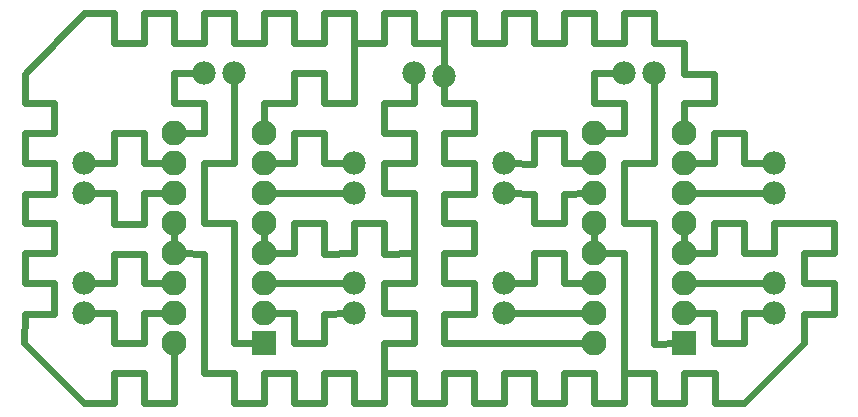
<source format=gbl>
G04 MADE WITH FRITZING*
G04 WWW.FRITZING.ORG*
G04 DOUBLE SIDED*
G04 HOLES PLATED*
G04 CONTOUR ON CENTER OF CONTOUR VECTOR*
%ASAXBY*%
%FSLAX23Y23*%
%MOIN*%
%OFA0B0*%
%SFA1.0B1.0*%
%ADD10C,0.083307*%
%ADD11C,0.078000*%
%ADD12R,0.083307X0.083307*%
%ADD13C,0.024000*%
%LNCOPPER0*%
G90*
G70*
G54D10*
X2377Y339D03*
X2077Y339D03*
X2377Y439D03*
X2077Y439D03*
X2377Y539D03*
X2077Y539D03*
X2377Y639D03*
X2077Y639D03*
X2377Y739D03*
X2077Y739D03*
X2377Y839D03*
X2077Y839D03*
X2377Y939D03*
X2077Y939D03*
X2377Y1039D03*
X2077Y1039D03*
X977Y339D03*
X677Y339D03*
X977Y439D03*
X677Y439D03*
X977Y539D03*
X677Y539D03*
X977Y639D03*
X677Y639D03*
X977Y739D03*
X677Y739D03*
X977Y839D03*
X677Y839D03*
X977Y939D03*
X677Y939D03*
X977Y1039D03*
X677Y1039D03*
G54D11*
X1577Y1229D03*
X1477Y1239D03*
X877Y1239D03*
X777Y1239D03*
X2277Y1239D03*
X2177Y1239D03*
X1277Y439D03*
X1277Y539D03*
X2677Y439D03*
X2677Y539D03*
X1277Y839D03*
X1277Y939D03*
X2677Y839D03*
X2677Y939D03*
X1777Y439D03*
X1777Y539D03*
X377Y439D03*
X377Y539D03*
X377Y839D03*
X377Y939D03*
X1777Y839D03*
X1777Y939D03*
G54D12*
X2377Y339D03*
X977Y339D03*
G54D13*
X777Y739D02*
X777Y838D01*
D02*
X777Y838D02*
X777Y940D01*
D02*
X877Y739D02*
X777Y739D01*
D02*
X877Y339D02*
X877Y739D01*
D02*
X777Y940D02*
X877Y940D01*
D02*
X877Y940D02*
X877Y1220D01*
D02*
X956Y339D02*
X877Y339D01*
D02*
X2278Y739D02*
X2178Y739D01*
D02*
X2178Y940D02*
X2278Y940D01*
D02*
X2178Y739D02*
X2178Y940D01*
D02*
X2278Y940D02*
X2277Y1220D01*
D02*
X2277Y338D02*
X2278Y739D01*
D02*
X2356Y339D02*
X2277Y338D01*
D02*
X1177Y438D02*
X1258Y439D01*
D02*
X1177Y340D02*
X1177Y438D01*
D02*
X1077Y340D02*
X1177Y340D01*
D02*
X1078Y440D02*
X1077Y340D01*
D02*
X999Y439D02*
X1078Y440D01*
D02*
X1078Y539D02*
X1258Y539D01*
D02*
X999Y539D02*
X1078Y539D01*
D02*
X477Y439D02*
X396Y439D01*
D02*
X477Y339D02*
X477Y439D01*
D02*
X477Y339D02*
X477Y439D01*
D02*
X577Y439D02*
X577Y339D01*
D02*
X656Y439D02*
X577Y439D01*
D02*
X577Y339D02*
X477Y339D01*
D02*
X477Y439D02*
X477Y339D01*
D02*
X476Y839D02*
X396Y839D01*
D02*
X578Y839D02*
X578Y738D01*
D02*
X578Y738D02*
X478Y738D01*
D02*
X478Y738D02*
X476Y839D01*
D02*
X656Y839D02*
X578Y839D01*
D02*
X476Y940D02*
X396Y939D01*
D02*
X578Y939D02*
X578Y1039D01*
D02*
X578Y1039D02*
X478Y1039D01*
D02*
X478Y1039D02*
X476Y940D01*
D02*
X656Y939D02*
X578Y939D01*
D02*
X1177Y839D02*
X1258Y839D01*
D02*
X1078Y839D02*
X1177Y839D01*
D02*
X999Y839D02*
X1078Y839D01*
D02*
X1276Y940D02*
X1263Y952D01*
D02*
X1177Y939D02*
X1276Y940D01*
D02*
X1177Y1039D02*
X1177Y939D01*
D02*
X999Y939D02*
X1077Y939D01*
D02*
X1077Y1039D02*
X1177Y1039D01*
D02*
X1077Y939D02*
X1077Y1039D01*
D02*
X1977Y639D02*
X1878Y639D01*
D02*
X1878Y639D02*
X1878Y540D01*
D02*
X1878Y540D02*
X1796Y539D01*
D02*
X1977Y539D02*
X1977Y639D01*
D02*
X2056Y539D02*
X1977Y539D01*
D02*
X1977Y439D02*
X1796Y439D01*
D02*
X2056Y439D02*
X1977Y439D01*
D02*
X2577Y539D02*
X2658Y539D01*
D02*
X2399Y539D02*
X2577Y539D01*
D02*
X2577Y439D02*
X2658Y439D01*
D02*
X2477Y339D02*
X2577Y339D01*
D02*
X2477Y439D02*
X2477Y339D01*
D02*
X2577Y339D02*
X2577Y439D01*
D02*
X2399Y439D02*
X2477Y439D01*
D02*
X2577Y840D02*
X2658Y839D01*
D02*
X2399Y839D02*
X2577Y840D01*
D02*
X2577Y939D02*
X2658Y939D01*
D02*
X2577Y1039D02*
X2577Y939D01*
D02*
X2477Y1039D02*
X2577Y1039D01*
D02*
X2477Y939D02*
X2477Y1039D01*
D02*
X2399Y939D02*
X2477Y939D01*
D02*
X1878Y938D02*
X1796Y939D01*
D02*
X1977Y1039D02*
X1877Y1039D01*
D02*
X1977Y939D02*
X1977Y1039D01*
D02*
X1877Y1039D02*
X1878Y938D01*
D02*
X2056Y939D02*
X1977Y939D01*
D02*
X1878Y838D02*
X1796Y839D01*
D02*
X1977Y838D02*
X1977Y739D01*
D02*
X1977Y739D02*
X1878Y739D01*
D02*
X2056Y839D02*
X1977Y838D01*
D02*
X1878Y739D02*
X1878Y838D01*
D02*
X2278Y239D02*
X2278Y139D01*
D02*
X1977Y139D02*
X1977Y239D01*
D02*
X1777Y239D02*
X1877Y239D01*
D02*
X2278Y139D02*
X2378Y139D01*
D02*
X2178Y239D02*
X2278Y239D01*
D02*
X1478Y239D02*
X1478Y139D01*
D02*
X2378Y139D02*
X2378Y239D01*
D02*
X1777Y139D02*
X1777Y239D01*
D02*
X2577Y139D02*
X2777Y339D01*
D02*
X1578Y139D02*
X1578Y239D01*
D02*
X1977Y239D02*
X2077Y239D01*
D02*
X1378Y239D02*
X1478Y239D01*
D02*
X1676Y139D02*
X1777Y139D01*
D02*
X2378Y239D02*
X2479Y239D01*
D02*
X2178Y139D02*
X2178Y239D01*
D02*
X1877Y139D02*
X1977Y139D01*
D02*
X1676Y239D02*
X1676Y139D01*
D02*
X1877Y239D02*
X1877Y139D01*
D02*
X2077Y139D02*
X2178Y139D01*
D02*
X1578Y239D02*
X1676Y239D01*
D02*
X2077Y239D02*
X2077Y139D01*
D02*
X2479Y139D02*
X2577Y139D01*
D02*
X1478Y139D02*
X1578Y139D01*
D02*
X2479Y239D02*
X2479Y139D01*
D02*
X2077Y1239D02*
X2158Y1239D01*
D02*
X2177Y1039D02*
X2177Y1140D01*
D02*
X2177Y1140D02*
X2077Y1140D01*
D02*
X2077Y1140D02*
X2077Y1239D01*
D02*
X2099Y1039D02*
X2177Y1039D01*
D02*
X678Y1239D02*
X758Y1239D01*
D02*
X778Y1039D02*
X778Y1140D01*
D02*
X778Y1140D02*
X678Y1140D01*
D02*
X678Y1140D02*
X678Y1239D01*
D02*
X699Y1039D02*
X778Y1039D01*
D02*
X1378Y239D02*
X1378Y139D01*
D02*
X1577Y1140D02*
X1678Y1140D01*
D02*
X1577Y1210D02*
X1577Y1140D01*
D02*
X1678Y740D02*
X1678Y639D01*
D02*
X1577Y639D02*
X1577Y539D01*
D02*
X1678Y639D02*
X1577Y639D01*
D02*
X1577Y539D02*
X1678Y539D01*
D02*
X1678Y438D02*
X1577Y438D01*
D02*
X1577Y438D02*
X1578Y339D01*
D02*
X1678Y539D02*
X1678Y438D01*
D02*
X1577Y740D02*
X1678Y740D01*
D02*
X1678Y1140D02*
X1678Y1039D01*
D02*
X1578Y339D02*
X2056Y339D01*
D02*
X1577Y1039D02*
X1577Y939D01*
D02*
X1678Y1039D02*
X1577Y1039D01*
D02*
X1577Y939D02*
X1678Y939D01*
D02*
X1678Y838D02*
X1577Y838D01*
D02*
X1577Y838D02*
X1577Y740D01*
D02*
X1678Y939D02*
X1678Y838D01*
D02*
X2378Y1339D02*
X2277Y1339D01*
D02*
X1578Y1340D02*
X1578Y1248D01*
D02*
X1577Y1439D02*
X1578Y1340D01*
D02*
X2078Y1439D02*
X1977Y1439D01*
D02*
X1977Y1439D02*
X1977Y1339D01*
D02*
X2078Y1339D02*
X2078Y1439D01*
D02*
X2178Y1439D02*
X2178Y1339D01*
D02*
X2277Y1439D02*
X2178Y1439D01*
D02*
X2178Y1339D02*
X2078Y1339D01*
D02*
X2277Y1339D02*
X2277Y1439D01*
D02*
X1678Y1439D02*
X1577Y1439D01*
D02*
X1678Y1339D02*
X1678Y1439D01*
D02*
X1778Y1339D02*
X1678Y1339D01*
D02*
X1977Y1339D02*
X1877Y1339D01*
D02*
X1877Y1339D02*
X1877Y1439D01*
D02*
X1778Y1439D02*
X1778Y1339D01*
D02*
X1877Y1439D02*
X1778Y1439D01*
D02*
X2377Y1140D02*
X2478Y1140D01*
D02*
X2478Y1238D02*
X2377Y1238D01*
D02*
X2478Y1140D02*
X2478Y1238D01*
D02*
X2377Y1238D02*
X2378Y1339D01*
D02*
X2377Y1061D02*
X2377Y1140D01*
D02*
X1378Y540D02*
X1478Y540D01*
D02*
X1478Y540D02*
X1478Y638D01*
D02*
X1378Y440D02*
X1378Y540D01*
D02*
X1378Y239D02*
X1378Y339D01*
D02*
X1478Y339D02*
X1478Y440D01*
D02*
X1077Y739D02*
X1077Y639D01*
D02*
X1378Y339D02*
X1478Y339D01*
D02*
X1478Y638D02*
X1478Y738D01*
D02*
X1478Y440D02*
X1378Y440D01*
D02*
X1277Y739D02*
X1277Y639D01*
D02*
X1277Y639D02*
X1177Y638D01*
D02*
X1177Y739D02*
X1077Y739D01*
D02*
X1177Y638D02*
X1177Y739D01*
D02*
X1478Y738D02*
X1477Y639D01*
D02*
X1378Y638D02*
X1377Y739D01*
D02*
X1477Y639D02*
X1378Y638D01*
D02*
X1377Y739D02*
X1277Y739D01*
D02*
X2178Y639D02*
X2099Y639D01*
D02*
X2178Y239D02*
X2178Y639D01*
D02*
X677Y1339D02*
X677Y1439D01*
D02*
X677Y1439D02*
X578Y1439D01*
D02*
X777Y1439D02*
X777Y1339D01*
D02*
X578Y1439D02*
X578Y1339D01*
D02*
X777Y1339D02*
X677Y1339D01*
D02*
X478Y1339D02*
X478Y1439D01*
D02*
X179Y1140D02*
X277Y1140D01*
D02*
X578Y1339D02*
X478Y1339D01*
D02*
X179Y1238D02*
X179Y1140D01*
D02*
X878Y1339D02*
X878Y1439D01*
D02*
X478Y1439D02*
X377Y1439D01*
D02*
X1077Y1439D02*
X978Y1439D01*
D02*
X1378Y1339D02*
X1278Y1339D01*
D02*
X978Y1339D02*
X878Y1339D01*
D02*
X1378Y1439D02*
X1378Y1339D01*
D02*
X1477Y1339D02*
X1477Y1439D01*
D02*
X1477Y1439D02*
X1378Y1439D01*
D02*
X1278Y1339D02*
X1278Y1439D01*
D02*
X978Y1439D02*
X978Y1339D01*
D02*
X1278Y1439D02*
X1177Y1439D01*
D02*
X277Y1140D02*
X277Y1039D01*
D02*
X1177Y1339D02*
X1077Y1339D01*
D02*
X1177Y1439D02*
X1177Y1339D01*
D02*
X1077Y1339D02*
X1077Y1439D01*
D02*
X878Y1439D02*
X777Y1439D01*
D02*
X477Y239D02*
X577Y239D01*
D02*
X277Y438D02*
X179Y438D01*
D02*
X477Y139D02*
X477Y239D01*
D02*
X179Y438D02*
X177Y339D01*
D02*
X377Y139D02*
X477Y139D01*
D02*
X577Y239D02*
X577Y139D01*
D02*
X1578Y1340D02*
X1477Y1339D01*
D02*
X577Y139D02*
X677Y139D01*
D02*
X377Y1439D02*
X179Y1238D01*
D02*
X677Y239D02*
X677Y317D01*
D02*
X677Y139D02*
X677Y239D01*
D02*
X177Y339D02*
X377Y139D01*
D02*
X277Y1039D02*
X179Y1039D01*
D02*
X179Y838D02*
X179Y740D01*
D02*
X277Y740D02*
X277Y639D01*
D02*
X277Y838D02*
X179Y838D01*
D02*
X179Y1039D02*
X179Y939D01*
D02*
X277Y939D02*
X277Y838D01*
D02*
X179Y939D02*
X277Y939D01*
D02*
X277Y539D02*
X277Y438D01*
D02*
X179Y539D02*
X277Y539D01*
D02*
X179Y740D02*
X277Y740D01*
D02*
X179Y639D02*
X179Y539D01*
D02*
X277Y639D02*
X179Y639D01*
D02*
X977Y139D02*
X877Y139D01*
D02*
X877Y139D02*
X877Y239D01*
D02*
X877Y239D02*
X778Y239D01*
D02*
X778Y239D02*
X778Y638D01*
D02*
X778Y638D02*
X699Y639D01*
D02*
X977Y239D02*
X977Y139D01*
D02*
X1177Y139D02*
X1077Y139D01*
D02*
X1378Y139D02*
X1278Y139D01*
D02*
X1278Y139D02*
X1278Y239D01*
D02*
X1278Y239D02*
X1177Y239D01*
D02*
X1077Y239D02*
X977Y239D01*
D02*
X1177Y239D02*
X1177Y139D01*
D02*
X1077Y139D02*
X1077Y239D01*
D02*
X677Y661D02*
X677Y717D01*
D02*
X2077Y661D02*
X2077Y717D01*
D02*
X2377Y661D02*
X2377Y717D01*
D02*
X1477Y939D02*
X1477Y1039D01*
D02*
X1477Y1039D02*
X1377Y1039D01*
D02*
X1377Y1139D02*
X1477Y1139D01*
D02*
X1377Y1039D02*
X1377Y1139D01*
D02*
X1477Y1139D02*
X1477Y1220D01*
D02*
X1478Y738D02*
X1477Y839D01*
D02*
X1377Y939D02*
X1477Y939D01*
D02*
X1477Y839D02*
X1377Y839D01*
D02*
X1377Y839D02*
X1377Y939D01*
D02*
X1278Y1339D02*
X1278Y1238D01*
D02*
X1378Y1339D02*
X1278Y1339D01*
D02*
X1477Y1439D02*
X1378Y1439D01*
D02*
X1477Y1339D02*
X1477Y1439D01*
D02*
X1177Y1239D02*
X1077Y1239D01*
D02*
X1278Y1238D02*
X1277Y1139D01*
D02*
X1378Y1439D02*
X1378Y1339D01*
D02*
X1578Y1340D02*
X1477Y1339D01*
D02*
X977Y1139D02*
X977Y1061D01*
D02*
X1077Y1139D02*
X977Y1139D01*
D02*
X1277Y1139D02*
X1177Y1140D01*
D02*
X1077Y1239D02*
X1077Y1139D01*
D02*
X1177Y1140D02*
X1177Y1239D01*
D02*
X2876Y438D02*
X2878Y539D01*
D02*
X2677Y740D02*
X2677Y639D01*
D02*
X2677Y639D02*
X2578Y639D01*
D02*
X2578Y639D02*
X2578Y740D01*
D02*
X2578Y740D02*
X2478Y740D01*
D02*
X2777Y438D02*
X2876Y438D01*
D02*
X2878Y539D02*
X2777Y539D01*
D02*
X2777Y539D02*
X2777Y639D01*
D02*
X2478Y740D02*
X2478Y639D01*
D02*
X2777Y339D02*
X2777Y438D01*
D02*
X2878Y740D02*
X2677Y740D01*
D02*
X2777Y639D02*
X2878Y639D01*
D02*
X2878Y639D02*
X2878Y740D01*
D02*
X476Y539D02*
X396Y539D01*
D02*
X578Y539D02*
X578Y638D01*
D02*
X578Y638D02*
X476Y638D01*
D02*
X476Y638D02*
X476Y539D01*
D02*
X656Y539D02*
X578Y539D01*
D02*
X2478Y639D02*
X2399Y639D01*
D02*
X977Y661D02*
X977Y717D01*
D02*
X1077Y639D02*
X999Y639D01*
G04 End of Copper0*
M02*
</source>
